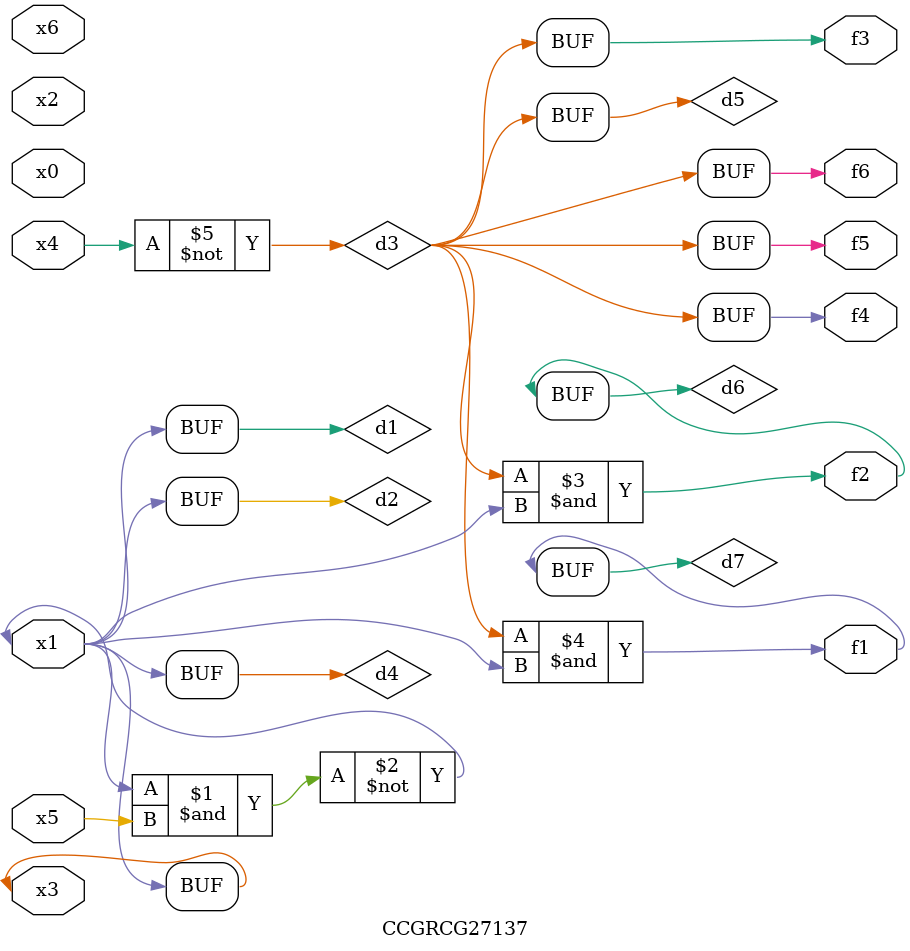
<source format=v>
module CCGRCG27137(
	input x0, x1, x2, x3, x4, x5, x6,
	output f1, f2, f3, f4, f5, f6
);

	wire d1, d2, d3, d4, d5, d6, d7;

	buf (d1, x1, x3);
	nand (d2, x1, x5);
	not (d3, x4);
	buf (d4, d1, d2);
	buf (d5, d3);
	and (d6, d3, d4);
	and (d7, d3, d4);
	assign f1 = d7;
	assign f2 = d6;
	assign f3 = d5;
	assign f4 = d5;
	assign f5 = d5;
	assign f6 = d5;
endmodule

</source>
